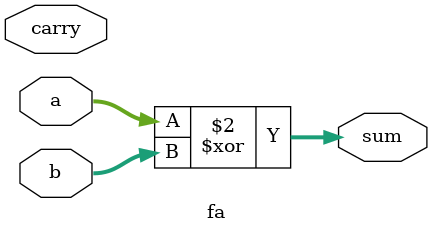
<source format=v>
module fa(a, b, carry, sum);
    
input wire [3:0]a, b;
input wire carry;
output [4:0] sum;
// reg    [4:0] sum;

assign carry = a & b;
assign sum = a ^ b;

endmodule
</source>
